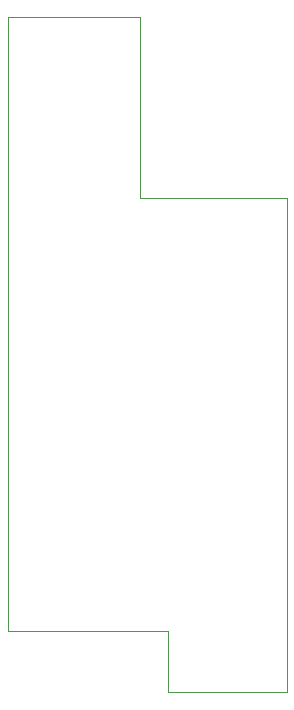
<source format=gbr>
%TF.GenerationSoftware,KiCad,Pcbnew,(6.0.7)*%
%TF.CreationDate,2022-12-30T00:06:58+00:00*%
%TF.ProjectId,CPC464-2MINIDDI3ADAPT,43504334-3634-42d3-924d-494e49444449,rev?*%
%TF.SameCoordinates,Original*%
%TF.FileFunction,Profile,NP*%
%FSLAX46Y46*%
G04 Gerber Fmt 4.6, Leading zero omitted, Abs format (unit mm)*
G04 Created by KiCad (PCBNEW (6.0.7)) date 2022-12-30 00:06:58*
%MOMM*%
%LPD*%
G01*
G04 APERTURE LIST*
%TA.AperFunction,Profile*%
%ADD10C,0.100000*%
%TD*%
G04 APERTURE END LIST*
D10*
X58674000Y-110718600D02*
X58674000Y-58750200D01*
X72263000Y-110718600D02*
X58674000Y-110718600D01*
X72263000Y-115951000D02*
X72263000Y-110718600D01*
X82296000Y-115951000D02*
X72263000Y-115951000D01*
X82296000Y-74066400D02*
X82296000Y-115951000D01*
X69875400Y-74066400D02*
X82296000Y-74066400D01*
X69875400Y-58750200D02*
X69875400Y-74066400D01*
X58674000Y-58750200D02*
X69875400Y-58750200D01*
M02*

</source>
